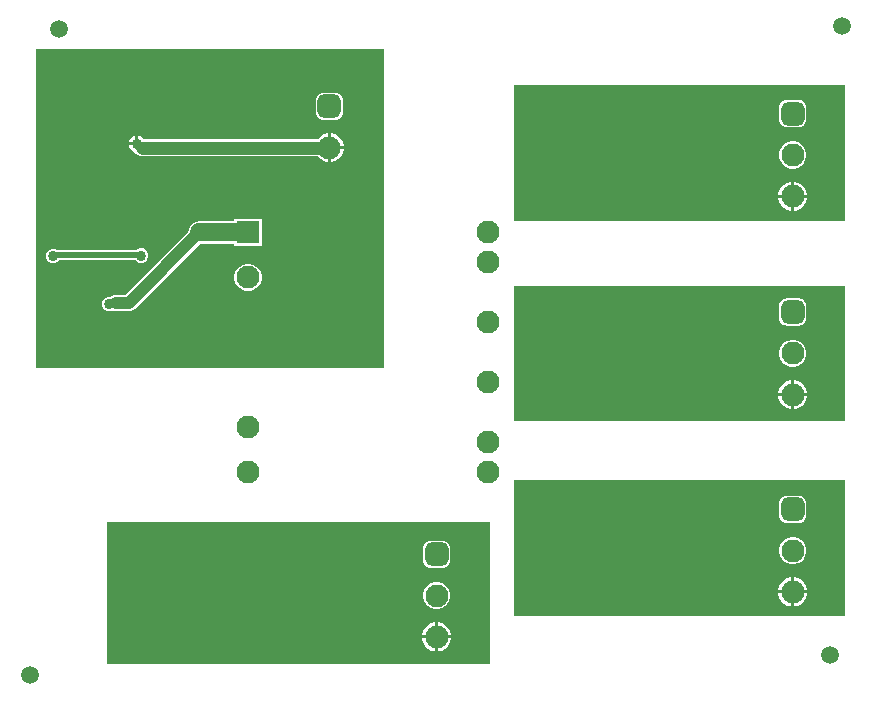
<source format=gbl>
G04*
G04 #@! TF.GenerationSoftware,Altium Limited,Altium Designer,23.1.1 (15)*
G04*
G04 Layer_Physical_Order=2*
G04 Layer_Color=16711680*
%FSLAX42Y42*%
%MOMM*%
G71*
G04*
G04 #@! TF.SameCoordinates,F7E502E2-2775-4CE4-A648-0EBC044B2D6D*
G04*
G04*
G04 #@! TF.FilePolarity,Positive*
G04*
G01*
G75*
%ADD11C,0.25*%
%ADD15C,0.50*%
%ADD59C,1.50*%
%ADD60C,1.10*%
%ADD63C,1.00*%
%ADD65C,1.52*%
%ADD66C,1.95*%
G04:AMPARAMS|DCode=67|XSize=1.95mm|YSize=1.95mm|CornerRadius=0.49mm|HoleSize=0mm|Usage=FLASHONLY|Rotation=270.000|XOffset=0mm|YOffset=0mm|HoleType=Round|Shape=RoundedRectangle|*
%AMROUNDEDRECTD67*
21,1,1.95,0.98,0,0,270.0*
21,1,0.98,1.95,0,0,270.0*
1,1,0.98,-0.49,-0.49*
1,1,0.98,-0.49,0.49*
1,1,0.98,0.49,0.49*
1,1,0.98,0.49,-0.49*
%
%ADD67ROUNDEDRECTD67*%
%ADD68C,1.94*%
%ADD69R,1.94X1.94*%
%ADD70C,0.86*%
G36*
X4100Y300D02*
X850D01*
Y1500D01*
X4100D01*
Y300D01*
D02*
G37*
G36*
X3200Y2800D02*
X250D01*
Y5500D01*
X3200D01*
Y2800D01*
D02*
G37*
G36*
X7100Y700D02*
X4300D01*
Y1850D01*
X7100D01*
Y700D01*
D02*
G37*
G36*
Y2350D02*
X4300D01*
Y3500D01*
X7100D01*
Y2350D01*
D02*
G37*
G36*
Y4050D02*
X4300D01*
Y5200D01*
X7100D01*
Y4050D01*
D02*
G37*
%LPC*%
G36*
X3694Y1341D02*
X3596D01*
X3579Y1339D01*
X3563Y1332D01*
X3549Y1321D01*
X3538Y1307D01*
X3531Y1291D01*
X3529Y1274D01*
Y1176D01*
X3531Y1159D01*
X3538Y1143D01*
X3549Y1129D01*
X3563Y1118D01*
X3579Y1111D01*
X3596Y1109D01*
X3694D01*
X3711Y1111D01*
X3727Y1118D01*
X3741Y1129D01*
X3752Y1143D01*
X3759Y1159D01*
X3761Y1176D01*
Y1274D01*
X3759Y1291D01*
X3752Y1307D01*
X3741Y1321D01*
X3727Y1332D01*
X3711Y1339D01*
X3694Y1341D01*
D02*
G37*
G36*
X3660Y991D02*
X3630D01*
X3600Y983D01*
X3574Y967D01*
X3553Y946D01*
X3537Y920D01*
X3530Y890D01*
Y860D01*
X3537Y830D01*
X3553Y804D01*
X3574Y783D01*
X3600Y767D01*
X3630Y760D01*
X3660D01*
X3690Y767D01*
X3716Y783D01*
X3737Y804D01*
X3753Y830D01*
X3761Y860D01*
Y890D01*
X3753Y920D01*
X3737Y946D01*
X3716Y967D01*
X3690Y983D01*
X3660Y991D01*
D02*
G37*
G36*
X3661Y648D02*
X3658D01*
Y538D01*
X3768D01*
Y541D01*
X3760Y572D01*
X3743Y600D01*
X3720Y623D01*
X3692Y640D01*
X3661Y648D01*
D02*
G37*
G36*
X3632D02*
X3629D01*
X3598Y640D01*
X3570Y623D01*
X3547Y600D01*
X3530Y572D01*
X3522Y541D01*
Y538D01*
X3632D01*
Y648D01*
D02*
G37*
G36*
X3768Y512D02*
X3658D01*
Y402D01*
X3661D01*
X3692Y410D01*
X3720Y427D01*
X3743Y450D01*
X3760Y478D01*
X3768Y509D01*
Y512D01*
D02*
G37*
G36*
X3632D02*
X3522D01*
Y509D01*
X3530Y478D01*
X3547Y450D01*
X3570Y427D01*
X3598Y410D01*
X3629Y402D01*
X3632D01*
Y512D01*
D02*
G37*
G36*
X2786Y5134D02*
X2689D01*
X2671Y5131D01*
X2655Y5125D01*
X2641Y5114D01*
X2630Y5100D01*
X2624Y5084D01*
X2621Y5066D01*
Y4969D01*
X2624Y4952D01*
X2630Y4935D01*
X2641Y4921D01*
X2655Y4911D01*
X2671Y4904D01*
X2689Y4902D01*
X2786D01*
X2804Y4904D01*
X2820Y4911D01*
X2834Y4921D01*
X2845Y4935D01*
X2851Y4952D01*
X2854Y4969D01*
Y5066D01*
X2851Y5084D01*
X2845Y5100D01*
X2834Y5114D01*
X2820Y5125D01*
X2804Y5131D01*
X2786Y5134D01*
D02*
G37*
G36*
X2725Y4791D02*
X2721D01*
X2690Y4782D01*
X2662Y4766D01*
X2639Y4743D01*
X2638Y4741D01*
X1162D01*
X1150Y4754D01*
X1134Y4763D01*
X1120Y4766D01*
Y4699D01*
X1108D01*
Y4686D01*
X1040D01*
X1044Y4672D01*
X1053Y4657D01*
X1065Y4644D01*
X1081Y4635D01*
X1085Y4634D01*
X1087Y4631D01*
X1098Y4616D01*
X1114Y4604D01*
X1131Y4597D01*
X1150Y4594D01*
X2638D01*
X2639Y4592D01*
X2662Y4569D01*
X2690Y4553D01*
X2721Y4545D01*
X2725D01*
Y4668D01*
Y4791D01*
D02*
G37*
G36*
X1095Y4766D02*
X1081Y4763D01*
X1065Y4754D01*
X1053Y4741D01*
X1044Y4725D01*
X1040Y4712D01*
X1095D01*
Y4766D01*
D02*
G37*
G36*
X2754Y4791D02*
X2750D01*
Y4680D01*
X2860D01*
Y4684D01*
X2852Y4715D01*
X2836Y4743D01*
X2813Y4766D01*
X2785Y4782D01*
X2754Y4791D01*
D02*
G37*
G36*
X2860Y4655D02*
X2750D01*
Y4545D01*
X2754D01*
X2785Y4553D01*
X2813Y4569D01*
X2836Y4592D01*
X2852Y4620D01*
X2860Y4651D01*
Y4655D01*
D02*
G37*
G36*
X2163Y4065D02*
X1932D01*
Y4043D01*
X1636D01*
X1611Y4040D01*
X1589Y4031D01*
X1569Y4016D01*
X1554Y3997D01*
X1545Y3974D01*
X1542Y3953D01*
X1011Y3422D01*
X928D01*
X910Y3420D01*
X893Y3413D01*
X882Y3404D01*
X862D01*
X839Y3395D01*
X822Y3377D01*
X813Y3355D01*
Y3331D01*
X822Y3308D01*
X839Y3291D01*
X862Y3281D01*
X886D01*
X905Y3289D01*
X910Y3287D01*
X928Y3285D01*
X1039D01*
X1057Y3287D01*
X1074Y3294D01*
X1088Y3305D01*
X1639Y3856D01*
X1932D01*
Y3835D01*
X2163D01*
Y4065D01*
D02*
G37*
G36*
X1156Y3815D02*
X1132D01*
X1109Y3806D01*
X1104Y3801D01*
X433D01*
X432Y3802D01*
X410Y3811D01*
X385D01*
X363Y3802D01*
X346Y3785D01*
X336Y3762D01*
Y3738D01*
X346Y3716D01*
X363Y3698D01*
X385Y3689D01*
X410D01*
X432Y3698D01*
X447Y3713D01*
X1098D01*
X1109Y3702D01*
X1132Y3693D01*
X1156D01*
X1179Y3702D01*
X1196Y3719D01*
X1205Y3742D01*
Y3766D01*
X1196Y3789D01*
X1179Y3806D01*
X1156Y3815D01*
D02*
G37*
G36*
X2063Y3684D02*
X2032D01*
X2003Y3676D01*
X1977Y3661D01*
X1955Y3639D01*
X1940Y3613D01*
X1932Y3584D01*
Y3554D01*
X1940Y3524D01*
X1955Y3498D01*
X1977Y3477D01*
X2003Y3461D01*
X2032Y3454D01*
X2063D01*
X2092Y3461D01*
X2118Y3477D01*
X2140Y3498D01*
X2155Y3524D01*
X2163Y3554D01*
Y3584D01*
X2155Y3613D01*
X2140Y3639D01*
X2118Y3661D01*
X2092Y3676D01*
X2063Y3684D01*
D02*
G37*
G36*
X6709Y1722D02*
X6611D01*
X6594Y1720D01*
X6578Y1713D01*
X6564Y1702D01*
X6553Y1688D01*
X6546Y1672D01*
X6544Y1655D01*
Y1557D01*
X6546Y1540D01*
X6553Y1523D01*
X6564Y1510D01*
X6578Y1499D01*
X6594Y1492D01*
X6611Y1490D01*
X6709D01*
X6726Y1492D01*
X6743Y1499D01*
X6757Y1510D01*
X6767Y1523D01*
X6774Y1540D01*
X6776Y1557D01*
Y1655D01*
X6774Y1672D01*
X6767Y1688D01*
X6757Y1702D01*
X6743Y1713D01*
X6726Y1720D01*
X6709Y1722D01*
D02*
G37*
G36*
X6675Y1371D02*
X6645D01*
X6616Y1364D01*
X6589Y1348D01*
X6568Y1327D01*
X6553Y1300D01*
X6545Y1271D01*
Y1241D01*
X6553Y1211D01*
X6568Y1185D01*
X6589Y1163D01*
X6616Y1148D01*
X6645Y1140D01*
X6675D01*
X6705Y1148D01*
X6731Y1163D01*
X6753Y1185D01*
X6768Y1211D01*
X6776Y1241D01*
Y1271D01*
X6768Y1300D01*
X6753Y1327D01*
X6731Y1348D01*
X6705Y1364D01*
X6675Y1371D01*
D02*
G37*
G36*
X6676Y1029D02*
X6673D01*
Y919D01*
X6783D01*
Y922D01*
X6775Y953D01*
X6759Y981D01*
X6736Y1004D01*
X6708Y1020D01*
X6676Y1029D01*
D02*
G37*
G36*
X6647D02*
X6644D01*
X6613Y1020D01*
X6585Y1004D01*
X6562Y981D01*
X6546Y953D01*
X6537Y922D01*
Y919D01*
X6647D01*
Y1029D01*
D02*
G37*
G36*
X6783Y893D02*
X6673D01*
Y783D01*
X6676D01*
X6708Y791D01*
X6736Y808D01*
X6759Y830D01*
X6775Y858D01*
X6783Y890D01*
Y893D01*
D02*
G37*
G36*
X6647D02*
X6537D01*
Y890D01*
X6546Y858D01*
X6562Y830D01*
X6585Y808D01*
X6613Y791D01*
X6644Y783D01*
X6647D01*
Y893D01*
D02*
G37*
G36*
X6709Y3392D02*
X6611D01*
X6594Y3390D01*
X6578Y3383D01*
X6564Y3372D01*
X6553Y3358D01*
X6546Y3342D01*
X6544Y3325D01*
Y3227D01*
X6546Y3210D01*
X6553Y3193D01*
X6564Y3180D01*
X6578Y3169D01*
X6594Y3162D01*
X6611Y3160D01*
X6709D01*
X6726Y3162D01*
X6743Y3169D01*
X6757Y3180D01*
X6767Y3193D01*
X6774Y3210D01*
X6776Y3227D01*
Y3325D01*
X6774Y3342D01*
X6767Y3358D01*
X6757Y3372D01*
X6743Y3383D01*
X6726Y3390D01*
X6709Y3392D01*
D02*
G37*
G36*
X6675Y3041D02*
X6645D01*
X6616Y3034D01*
X6589Y3018D01*
X6568Y2997D01*
X6553Y2970D01*
X6545Y2941D01*
Y2911D01*
X6553Y2881D01*
X6568Y2855D01*
X6589Y2833D01*
X6616Y2818D01*
X6645Y2810D01*
X6675D01*
X6705Y2818D01*
X6731Y2833D01*
X6753Y2855D01*
X6768Y2881D01*
X6776Y2911D01*
Y2941D01*
X6768Y2970D01*
X6753Y2997D01*
X6731Y3018D01*
X6705Y3034D01*
X6675Y3041D01*
D02*
G37*
G36*
X6676Y2699D02*
X6673D01*
Y2589D01*
X6783D01*
Y2592D01*
X6775Y2623D01*
X6759Y2651D01*
X6736Y2674D01*
X6708Y2690D01*
X6676Y2699D01*
D02*
G37*
G36*
X6647D02*
X6644D01*
X6613Y2690D01*
X6585Y2674D01*
X6562Y2651D01*
X6546Y2623D01*
X6537Y2592D01*
Y2589D01*
X6647D01*
Y2699D01*
D02*
G37*
G36*
X6783Y2563D02*
X6673D01*
Y2453D01*
X6676D01*
X6708Y2461D01*
X6736Y2478D01*
X6759Y2500D01*
X6775Y2528D01*
X6783Y2560D01*
Y2563D01*
D02*
G37*
G36*
X6647D02*
X6537D01*
Y2560D01*
X6546Y2528D01*
X6562Y2500D01*
X6585Y2478D01*
X6613Y2461D01*
X6644Y2453D01*
X6647D01*
Y2563D01*
D02*
G37*
G36*
X6709Y5072D02*
X6611D01*
X6594Y5070D01*
X6578Y5063D01*
X6564Y5052D01*
X6553Y5038D01*
X6546Y5022D01*
X6544Y5005D01*
Y4907D01*
X6546Y4890D01*
X6553Y4873D01*
X6564Y4860D01*
X6578Y4849D01*
X6594Y4842D01*
X6611Y4840D01*
X6709D01*
X6726Y4842D01*
X6743Y4849D01*
X6757Y4860D01*
X6767Y4873D01*
X6774Y4890D01*
X6776Y4907D01*
Y5005D01*
X6774Y5022D01*
X6767Y5038D01*
X6757Y5052D01*
X6743Y5063D01*
X6726Y5070D01*
X6709Y5072D01*
D02*
G37*
G36*
X6675Y4721D02*
X6645D01*
X6616Y4714D01*
X6589Y4698D01*
X6568Y4677D01*
X6553Y4650D01*
X6545Y4621D01*
Y4591D01*
X6553Y4561D01*
X6568Y4535D01*
X6589Y4513D01*
X6616Y4498D01*
X6645Y4490D01*
X6675D01*
X6705Y4498D01*
X6731Y4513D01*
X6753Y4535D01*
X6768Y4561D01*
X6776Y4591D01*
Y4621D01*
X6768Y4650D01*
X6753Y4677D01*
X6731Y4698D01*
X6705Y4714D01*
X6675Y4721D01*
D02*
G37*
G36*
X6676Y4379D02*
X6673D01*
Y4269D01*
X6783D01*
Y4272D01*
X6775Y4303D01*
X6759Y4331D01*
X6736Y4354D01*
X6708Y4370D01*
X6676Y4379D01*
D02*
G37*
G36*
X6647D02*
X6644D01*
X6613Y4370D01*
X6585Y4354D01*
X6562Y4331D01*
X6546Y4303D01*
X6537Y4272D01*
Y4269D01*
X6647D01*
Y4379D01*
D02*
G37*
G36*
X6783Y4243D02*
X6673D01*
Y4133D01*
X6676D01*
X6708Y4141D01*
X6736Y4158D01*
X6759Y4180D01*
X6775Y4208D01*
X6783Y4240D01*
Y4243D01*
D02*
G37*
G36*
X6647D02*
X6537D01*
Y4240D01*
X6546Y4208D01*
X6562Y4180D01*
X6585Y4158D01*
X6613Y4141D01*
X6644Y4133D01*
X6647D01*
Y4243D01*
D02*
G37*
%LPD*%
D11*
X885Y3353D02*
X928D01*
X874Y3343D02*
X885Y3353D01*
X1119Y4699D02*
X1150Y4668D01*
X1108Y4699D02*
X1119D01*
D15*
X1144Y3754D02*
X1145D01*
X1148Y3757D01*
X404D02*
X1148D01*
X397Y3750D02*
X404Y3757D01*
D59*
X1636Y3950D02*
X2047D01*
D60*
X1150Y4668D02*
X2737D01*
D63*
X1039Y3353D02*
X1636Y3950D01*
X928Y3353D02*
X1039D01*
D65*
X200Y200D02*
D03*
X450Y5675D02*
D03*
X6975Y375D02*
D03*
X7075Y5700D02*
D03*
D66*
X3645Y525D02*
D03*
Y875D02*
D03*
X6660Y4256D02*
D03*
Y4606D02*
D03*
Y906D02*
D03*
Y1256D02*
D03*
Y2926D02*
D03*
Y2576D02*
D03*
X2737Y4668D02*
D03*
D67*
X3645Y1225D02*
D03*
X6660Y4956D02*
D03*
Y1606D02*
D03*
Y3276D02*
D03*
X2737Y5018D02*
D03*
D68*
X4082Y1925D02*
D03*
Y2179D02*
D03*
Y2687D02*
D03*
Y3188D02*
D03*
Y3696D02*
D03*
Y3950D02*
D03*
X2047Y1925D02*
D03*
Y2306D02*
D03*
Y3569D02*
D03*
D69*
Y3950D02*
D03*
D70*
X1144Y3754D02*
D03*
X1108Y4699D02*
D03*
X874Y3343D02*
D03*
X397Y3750D02*
D03*
M02*

</source>
